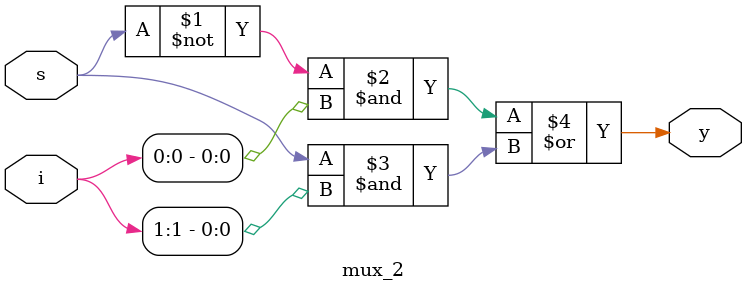
<source format=v>
`timescale 1ns / 1ps
module mux_2(i,s,y);
    input [1:0]i;
    input s;
    output y;
    assign y=~s&i[0]|s&i[1];
  
endmodule

</source>
